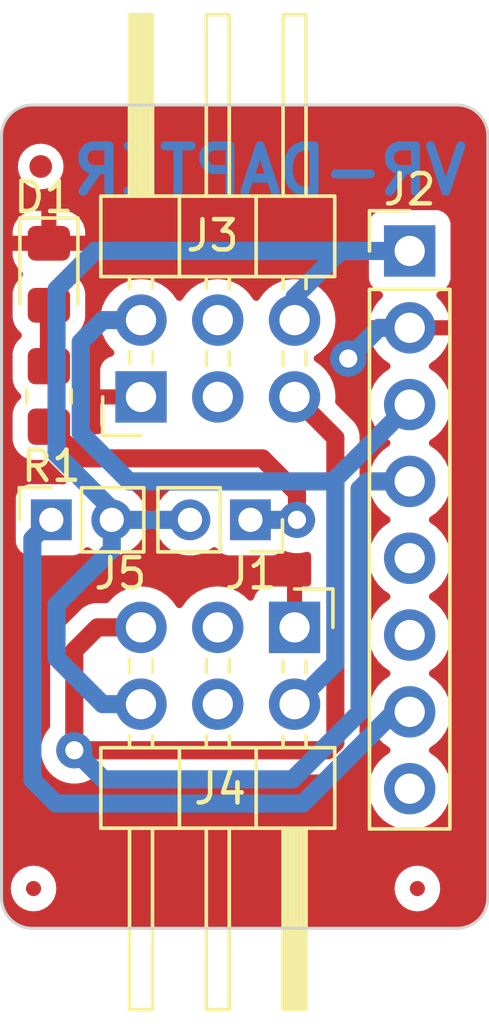
<source format=kicad_pcb>
(kicad_pcb (version 20221018) (generator pcbnew)
  (title_block (date "2023-05-15") (comment 2 "https://www.apache.org/licenses/LICENSE-2.0") (comment 3 "License: Apache 2.0") (comment 4 "Author: Marek Wehning"))
  (layers (0 "F.Cu" signal) (31 "B.Cu" signal) (34 "B.Paste" user) (35 "F.Paste" user) (36 "B.SilkS" user "B.Silkscreen") (37 "F.SilkS" user "F.Silkscreen") (38 "B.Mask" user) (39 "F.Mask" user) (44 "Edge.Cuts" user))
  (net 0 "")
  (net 3 "Net-(J2-Pin_7)")
  (net 5 "/VCC")
  (net 6 "GND")
  (net 7 "/SCL")
  (net 8 "/SDA")
  (net 13 "Net-(D1-A)")
  (net 14 "Net-(J1-Pin_1)")
  (footprint "Fiducial:Fiducial_0.5mm_Mask1.5mm" (layer "F.Cu") (at 28.368 43.18)
    (fp_text reference "FID**" hide)
    (fp_text value "Fiducial_0.5mm_Mask1.5mm" hide)
    (pad "" smd circle (at 0 0) (size 0.5 0.5) (property pad_prop_fiducial_glob) (layers "F.Cu" "F.Mask" "Eco1.User") (clearance 0.5))
  )
  (footprint "Connector_PinHeader_2.54mm:PinHeader_1x08_P2.54mm_Vertical" (layer "F.Cu") (at 28.114 22.098)
    (fp_text reference "J2" (at 0 -2.032) (layer "F.SilkS"))
    (fp_text value "MPU-6050 Board" hide)
    (fp_line (start -1.33 -1.33) (end 0 -1.33) (stroke (width 0.12)) (layer "F.SilkS"))
    (fp_line (start -1.33 0) (end -1.33 -1.33) (stroke (width 0.12)) (layer "F.SilkS"))
    (fp_line (start -1.33 1.27) (end -1.33 19.11) (stroke (width 0.12)) (layer "F.SilkS"))
    (fp_line (start -1.33 1.27) (end 1.33 1.27) (stroke (width 0.12)) (layer "F.SilkS"))
    (fp_line (start -1.33 19.11) (end 1.33 19.11) (stroke (width 0.12)) (layer "F.SilkS"))
    (fp_line (start 1.33 1.27) (end 1.33 19.11) (stroke (width 0.12)) (layer "F.SilkS"))
    (pad "1" thru_hole rect (at 0 0) (size 1.7 1.7) (drill 1) (layers "*.Cu" "*.Mask") (net 5 "/VCC"))
    (pad "2" thru_hole oval (at 0 2.54) (size 1.7 1.7) (drill 1) (layers "*.Cu" "*.Mask") (net 6 "GND"))
    (pad "3" thru_hole oval (at 0 5.08) (size 1.7 1.7) (drill 1) (layers "*.Cu" "*.Mask") (net 7 "/SCL"))
    (pad "4" thru_hole oval (at 0 7.62) (size 1.7 1.7) (drill 1) (layers "*.Cu" "*.Mask") (net 8 "/SDA"))
    (pad "5" thru_hole oval (at 0 10.16) (size 1.7 1.7) (drill 1) (layers "*.Cu" "*.Mask"))
    (pad "6" thru_hole oval (at 0 12.7) (size 1.7 1.7) (drill 1) (layers "*.Cu" "*.Mask"))
    (pad "7" thru_hole oval (at 0 15.24) (size 1.7 1.7) (drill 1) (layers "*.Cu" "*.Mask") (net 3 "Net-(J2-Pin_7)"))
    (pad "8" thru_hole oval (at 0 17.78) (size 1.7 1.7) (drill 1) (layers "*.Cu" "*.Mask"))
  )
  (footprint "Fiducial:Fiducial_0.5mm_Mask1.5mm" (layer "F.Cu") (at 15.668 43.18)
    (fp_text reference "FID**" hide)
    (fp_text value "Fiducial_0.5mm_Mask1.5mm" hide)
    (pad "" smd circle (at 0 0) (size 0.5 0.5) (property pad_prop_fiducial_glob) (layers "F.Cu" "F.Mask" "Eco1.User") (clearance 0.5))
  )
  (footprint "Connector_PinSocket_2.00mm:PinSocket_1x02_P2.00mm_Vertical" (layer "F.Cu") (at 16.256 30.988 90)
    (fp_text reference "J5" (at -1.778 2.286 180) (layer "F.SilkS"))
    (fp_text value "ADO" hide)
    (fp_line (start -1.06 1) (end -1.06 3.06) (stroke (width 0.12)) (layer "F.SilkS"))
    (fp_line (start -1.06 1) (end 1.06 1) (stroke (width 0.12)) (layer "F.SilkS"))
    (fp_line (start -1.06 3.06) (end 1.06 3.06) (stroke (width 0.12)) (layer "F.SilkS"))
    (fp_line (start 0 -1.06) (end 1.06 -1.06) (stroke (width 0.12)) (layer "F.SilkS"))
    (fp_line (start 1.06 -1.06) (end 1.06 0) (stroke (width 0.12)) (layer "F.SilkS"))
    (fp_line (start 1.06 1) (end 1.06 3.06) (stroke (width 0.12)) (layer "F.SilkS"))
    (pad "1" thru_hole rect (at 0 0 90) (size 1.35 1.35) (drill 0.8) (layers "*.Cu" "*.Mask") (net 3 "Net-(J2-Pin_7)"))
    (pad "2" thru_hole oval (at 0 2 90) (size 1.35 1.35) (drill 0.8) (layers "*.Cu" "*.Mask") (net 5 "/VCC"))
  )
  (footprint "Connector_PinHeader_2.54mm:PinHeader_2x03_P2.54mm_Horizontal" (layer "F.Cu") (at 19.224 26.924 90)
    (fp_text reference "J3" (at 5.334 2.366 180) (layer "F.SilkS"))
    (fp_text value "Conn_01x06_Pin" hide)
    (fp_line (start -1.27 -1.27) (end 0 -1.27) (stroke (width 0.12)) (layer "F.SilkS"))
    (fp_line (start -1.27 0) (end -1.27 -1.27) (stroke (width 0.12)) (layer "F.SilkS"))
    (fp_line (start 1.042929 2.16) (end 1.497071 2.16) (stroke (width 0.12)) (layer "F.SilkS"))
    (fp_line (start 1.042929 2.92) (end 1.497071 2.92) (stroke (width 0.12)) (layer "F.SilkS"))
    (fp_line (start 1.042929 4.7) (end 1.497071 4.7) (stroke (width 0.12)) (layer "F.SilkS"))
    (fp_line (start 1.042929 5.46) (end 1.497071 5.46) (stroke (width 0.12)) (layer "F.SilkS"))
    (fp_line (start 1.11 -0.38) (end 1.497071 -0.38) (stroke (width 0.12)) (layer "F.SilkS"))
    (fp_line (start 1.11 0.38) (end 1.497071 0.38) (stroke (width 0.12)) (layer "F.SilkS"))
    (fp_line (start 3.582929 -0.38) (end 3.98 -0.38) (stroke (width 0.12)) (layer "F.SilkS"))
    (fp_line (start 3.582929 0.38) (end 3.98 0.38) (stroke (width 0.12)) (layer "F.SilkS"))
    (fp_line (start 3.582929 2.16) (end 3.98 2.16) (stroke (width 0.12)) (layer "F.SilkS"))
    (fp_line (start 3.582929 2.92) (end 3.98 2.92) (stroke (width 0.12)) (layer "F.SilkS"))
    (fp_line (start 3.582929 4.7) (end 3.98 4.7) (stroke (width 0.12)) (layer "F.SilkS"))
    (fp_line (start 3.582929 5.46) (end 3.98 5.46) (stroke (width 0.12)) (layer "F.SilkS"))
    (fp_line (start 3.98 -1.33) (end 3.98 6.41) (stroke (width 0.12)) (layer "F.SilkS"))
    (fp_line (start 3.98 1.27) (end 6.64 1.27) (stroke (width 0.12)) (layer "F.SilkS"))
    (fp_line (start 3.98 3.81) (end 6.64 3.81) (stroke (width 0.12)) (layer "F.SilkS"))
    (fp_line (start 3.98 6.41) (end 6.64 6.41) (stroke (width 0.12)) (layer "F.SilkS"))
    (fp_line (start 6.64 -1.33) (end 3.98 -1.33) (stroke (width 0.12)) (layer "F.SilkS"))
    (fp_line (start 6.64 -0.38) (end 12.64 -0.38) (stroke (width 0.12)) (layer "F.SilkS"))
    (fp_line (start 6.64 -0.32) (end 12.64 -0.32) (stroke (width 0.12)) (layer "F.SilkS"))
    (fp_line (start 6.64 -0.2) (end 12.64 -0.2) (stroke (width 0.12)) (layer "F.SilkS"))
    (fp_line (start 6.64 -0.08) (end 12.64 -0.08) (stroke (width 0.12)) (layer "F.SilkS"))
    (fp_line (start 6.64 0.04) (end 12.64 0.04) (stroke (width 0.12)) (layer "F.SilkS"))
    (fp_line (start 6.64 0.16) (end 12.64 0.16) (stroke (width 0.12)) (layer "F.SilkS"))
    (fp_line (start 6.64 0.28) (end 12.64 0.28) (stroke (width 0.12)) (layer "F.SilkS"))
    (fp_line (start 6.64 2.16) (end 12.64 2.16) (stroke (width 0.12)) (layer "F.SilkS"))
    (fp_line (start 6.64 4.7) (end 12.64 4.7) (stroke (width 0.12)) (layer "F.SilkS"))
    (fp_line (start 6.64 6.41) (end 6.64 -1.33) (stroke (width 0.12)) (layer "F.SilkS"))
    (fp_line (start 12.64 -0.38) (end 12.64 0.38) (stroke (width 0.12)) (layer "F.SilkS"))
    (fp_line (start 12.64 0.38) (end 6.64 0.38) (stroke (width 0.12)) (layer "F.SilkS"))
    (fp_line (start 12.64 2.16) (end 12.64 2.92) (stroke (width 0.12)) (layer "F.SilkS"))
    (fp_line (start 12.64 2.92) (end 6.64 2.92) (stroke (width 0.12)) (layer "F.SilkS"))
    (fp_line (start 12.64 4.7) (end 12.64 5.46) (stroke (width 0.12)) (layer "F.SilkS"))
    (fp_line (start 12.64 5.46) (end 6.64 5.46) (stroke (width 0.12)) (layer "F.SilkS"))
    (pad "1" thru_hole rect (at 0 0 90) (size 1.7 1.7) (drill 1) (layers "*.Cu" "*.Mask") (net 6 "GND"))
    (pad "2" thru_hole oval (at 2.54 0 90) (size 1.7 1.7) (drill 1) (layers "*.Cu" "*.Mask") (net 7 "/SCL"))
    (pad "3" thru_hole oval (at 0 2.54 90) (size 1.7 1.7) (drill 1) (layers "*.Cu" "*.Mask"))
    (pad "4" thru_hole oval (at 2.54 2.54 90) (size 1.7 1.7) (drill 1) (layers "*.Cu" "*.Mask"))
    (pad "5" thru_hole oval (at 0 5.08 90) (size 1.7 1.7) (drill 1) (layers "*.Cu" "*.Mask") (net 8 "/SDA"))
    (pad "6" thru_hole oval (at 2.54 5.08 90) (size 1.7 1.7) (drill 1) (layers "*.Cu" "*.Mask") (net 5 "/VCC"))
  )
  (footprint "Connector_PinSocket_2.00mm:PinSocket_1x02_P2.00mm_Vertical" (layer "F.Cu") (at 22.844 30.988 -90)
    (fp_text reference "J1" (at 1.778 -0.016 -180) (layer "F.SilkS"))
    (fp_text value "LED_ENABLE" hide)
    (fp_line (start -1.06 1) (end -1.06 3.06) (stroke (width 0.12)) (layer "F.SilkS"))
    (fp_line (start -1.06 1) (end 1.06 1) (stroke (width 0.12)) (layer "F.SilkS"))
    (fp_line (start -1.06 3.06) (end 1.06 3.06) (stroke (width 0.12)) (layer "F.SilkS"))
    (fp_line (start 0 -1.06) (end 1.06 -1.06) (stroke (width 0.12)) (layer "F.SilkS"))
    (fp_line (start 1.06 -1.06) (end 1.06 0) (stroke (width 0.12)) (layer "F.SilkS"))
    (fp_line (start 1.06 1) (end 1.06 3.06) (stroke (width 0.12)) (layer "F.SilkS"))
    (pad "1" thru_hole rect (at 0 0 270) (size 1.35 1.35) (drill 0.8) (layers "*.Cu" "*.Mask") (net 14 "Net-(J1-Pin_1)"))
    (pad "2" thru_hole oval (at 0 2 270) (size 1.35 1.35) (drill 0.8) (layers "*.Cu" "*.Mask") (net 5 "/VCC"))
  )
  (footprint "LED_SMD:LED_0805_2012Metric_Pad1.15x1.40mm_HandSolder" (layer "F.Cu") (at 16.176 22.869 -90)
    (fp_text reference "D1" (at -2.549 0.174 -180) (layer "F.SilkS"))
    (fp_text value "RED" hide)
    (fp_line (start -1.86 -0.96) (end -1.86 0.96) (stroke (width 0.12)) (layer "F.SilkS"))
    (fp_line (start -1.86 0.96) (end 1 0.96) (stroke (width 0.12)) (layer "F.SilkS"))
    (fp_line (start 1 -0.96) (end -1.86 -0.96) (stroke (width 0.12)) (layer "F.SilkS"))
    (pad "1" smd roundrect (at -1.025 0 270) (size 1.15 1.4) (layers "F.Cu" "F.Paste" "F.Mask") (roundrect_rratio 0.2173913043) (net 6 "GND"))
    (pad "2" smd roundrect (at 1.025 0 270) (size 1.15 1.4) (layers "F.Cu" "F.Paste" "F.Mask") (roundrect_rratio 0.2173913043) (net 13 "Net-(D1-A)"))
  )
  (footprint "Custom:Fiducial RT" (layer "F.Cu") (at 15.922 19.304)
    (fp_text reference "FID**" hide)
    (fp_text value "Fiducial RT" hide)
    (pad "" smd circle (at -0.016 0) (size 0.75 0.75) (layers "F.Cu" "F.Mask" "Eco1.User") (clearance 0.375))
  )
  (footprint "Resistor_SMD:R_0805_2012Metric_Pad1.20x1.40mm_HandSolder" (layer "F.Cu") (at 16.176 26.908 90)
    (fp_text reference "R1" (at -2.302 0.08) (layer "F.SilkS"))
    (fp_text value "180" hide)
    (fp_line (start -0.227064 -0.735) (end 0.227064 -0.735) (stroke (width 0.12)) (layer "F.SilkS"))
    (fp_line (start -0.227064 0.735) (end 0.227064 0.735) (stroke (width 0.12)) (layer "F.SilkS"))
    (pad "1" smd roundrect (at -1 0 90) (size 1.2 1.4) (layers "F.Cu" "F.Paste" "F.Mask") (roundrect_rratio 0.2083333333) (net 14 "Net-(J1-Pin_1)"))
    (pad "2" smd roundrect (at 1 0 90) (size 1.2 1.4) (layers "F.Cu" "F.Paste" "F.Mask") (roundrect_rratio 0.2083333333) (net 13 "Net-(D1-A)"))
  )
  (footprint "Connector_PinHeader_2.54mm:PinHeader_2x03_P2.54mm_Horizontal" (layer "F.Cu") (at 24.304 34.544 -90)
    (fp_text reference "J4" (at 5.334 2.46 -180) (layer "F.SilkS"))
    (fp_text value "Conn_01x06_Pin" hide)
    (fp_line (start -1.27 -1.27) (end 0 -1.27) (stroke (width 0.12)) (layer "F.SilkS"))
    (fp_line (start -1.27 0) (end -1.27 -1.27) (stroke (width 0.12)) (layer "F.SilkS"))
    (fp_line (start 1.042929 2.16) (end 1.497071 2.16) (stroke (width 0.12)) (layer "F.SilkS"))
    (fp_line (start 1.042929 2.92) (end 1.497071 2.92) (stroke (width 0.12)) (layer "F.SilkS"))
    (fp_line (start 1.042929 4.7) (end 1.497071 4.7) (stroke (width 0.12)) (layer "F.SilkS"))
    (fp_line (start 1.042929 5.46) (end 1.497071 5.46) (stroke (width 0.12)) (layer "F.SilkS"))
    (fp_line (start 1.11 -0.38) (end 1.497071 -0.38) (stroke (width 0.12)) (layer "F.SilkS"))
    (fp_line (start 1.11 0.38) (end 1.497071 0.38) (stroke (width 0.12)) (layer "F.SilkS"))
    (fp_line (start 3.582929 -0.38) (end 3.98 -0.38) (stroke (width 0.12)) (layer "F.SilkS"))
    (fp_line (start 3.582929 0.38) (end 3.98 0.38) (stroke (width 0.12)) (layer "F.SilkS"))
    (fp_line (start 3.582929 2.16) (end 3.98 2.16) (stroke (width 0.12)) (layer "F.SilkS"))
    (fp_line (start 3.582929 2.92) (end 3.98 2.92) (stroke (width 0.12)) (layer "F.SilkS"))
    (fp_line (start 3.582929 4.7) (end 3.98 4.7) (stroke (width 0.12)) (layer "F.SilkS"))
    (fp_line (start 3.582929 5.46) (end 3.98 5.46) (stroke (width 0.12)) (layer "F.SilkS"))
    (fp_line (start 3.98 -1.33) (end 3.98 6.41) (stroke (width 0.12)) (layer "F.SilkS"))
    (fp_line (start 3.98 1.27) (end 6.64 1.27) (stroke (width 0.12)) (layer "F.SilkS"))
    (fp_line (start 3.98 3.81) (end 6.64 3.81) (stroke (width 0.12)) (layer "F.SilkS"))
    (fp_line (start 3.98 6.41) (end 6.64 6.41) (stroke (width 0.12)) (layer "F.SilkS"))
    (fp_line (start 6.64 -1.33) (end 3.98 -1.33) (stroke (width 0.12)) (layer "F.SilkS"))
    (fp_line (start 6.64 -0.38) (end 12.64 -0.38) (stroke (width 0.12)) (layer "F.SilkS"))
    (fp_line (start 6.64 -0.32) (end 12.64 -0.32) (stroke (width 0.12)) (layer "F.SilkS"))
    (fp_line (start 6.64 -0.2) (end 12.64 -0.2) (stroke (width 0.12)) (layer "F.SilkS"))
    (fp_line (start 6.64 -0.08) (end 12.64 -0.08) (stroke (width 0.12)) (layer "F.SilkS"))
    (fp_line (start 6.64 0.04) (end 12.64 0.04) (stroke (width 0.12)) (layer "F.SilkS"))
    (fp_line (start 6.64 0.16) (end 12.64 0.16) (stroke (width 0.12)) (layer "F.SilkS"))
    (fp_line (start 6.64 0.28) (end 12.64 0.28) (stroke (width 0.12)) (layer "F.SilkS"))
    (fp_line (start 6.64 2.16) (end 12.64 2.16) (stroke (width 0.12)) (layer "F.SilkS"))
    (fp_line (start 6.64 4.7) (end 12.64 4.7) (stroke (width 0.12)) (layer "F.SilkS"))
    (fp_line (start 6.64 6.41) (end 6.64 -1.33) (stroke (width 0.12)) (layer "F.SilkS"))
    (fp_line (start 12.64 -0.38) (end 12.64 0.38) (stroke (width 0.12)) (layer "F.SilkS"))
    (fp_line (start 12.64 0.38) (end 6.64 0.38) (stroke (width 0.12)) (layer "F.SilkS"))
    (fp_line (start 12.64 2.16) (end 12.64 2.92) (stroke (width 0.12)) (layer "F.SilkS"))
    (fp_line (start 12.64 2.92) (end 6.64 2.92) (stroke (width 0.12)) (layer "F.SilkS"))
    (fp_line (start 12.64 4.7) (end 12.64 5.46) (stroke (width 0.12)) (layer "F.SilkS"))
    (fp_line (start 12.64 5.46) (end 6.64 5.46) (stroke (width 0.12)) (layer "F.SilkS"))
    (pad "1" thru_hole rect (at 0 0 270) (size 1.7 1.7) (drill 1) (layers "*.Cu" "*.Mask") (net 6 "GND"))
    (pad "2" thru_hole oval (at 2.54 0 270) (size 1.7 1.7) (drill 1) (layers "*.Cu" "*.Mask") (net 7 "/SCL"))
    (pad "3" thru_hole oval (at 0 2.54 270) (size 1.7 1.7) (drill 1) (layers "*.Cu" "*.Mask"))
    (pad "4" thru_hole oval (at 2.54 2.54 270) (size 1.7 1.7) (drill 1) (layers "*.Cu" "*.Mask"))
    (pad "5" thru_hole oval (at 0 5.08 270) (size 1.7 1.7) (drill 1) (layers "*.Cu" "*.Mask") (net 8 "/SDA"))
    (pad "6" thru_hole oval (at 2.54 5.08 270) (size 1.7 1.7) (drill 1) (layers "*.Cu" "*.Mask") (net 5 "/VCC"))
  )
  (gr_arc (start 14.60842 18.288) (mid 14.906001 17.569587) (end 15.62442 17.272) (stroke (width 0.1)) (layer "Edge.Cuts"))
  (gr_line (start 15.62442 17.272) (end 29.68158 17.272) (stroke (width 0.1)) (layer "Edge.Cuts"))
  (gr_line (start 30.69758 18.288) (end 30.69758 43.47758) (stroke (width 0.1)) (layer "Edge.Cuts"))
  (gr_line (start 15.62442 44.49358) (end 29.68158 44.49358) (stroke (width 0.1)) (layer "Edge.Cuts"))
  (gr_arc (start 15.62442 44.49358) (mid 14.905994 44.196006) (end 14.60842 43.47758) (stroke (width 0.1)) (layer "Edge.Cuts"))
  (gr_arc (start 30.69758 43.47758) (mid 30.400006 44.196006) (end 29.68158 44.49358) (stroke (width 0.1)) (layer "Edge.Cuts"))
  (gr_arc (start 29.68158 17.272) (mid 30.400013 17.569572) (end 30.69758 18.288) (stroke (width 0.1)) (layer "Edge.Cuts"))
  (gr_line (start 14.60842 43.47758) (end 14.60842 18.288) (stroke (width 0.1)) (layer "Edge.Cuts"))
  (gr_text "VR-DAPTER " (at 30.146 20.32) (layer "B.Cu") (effects (font (size 1.5 1.5) (thickness 0.3) bold) (justify left bottom mirror)))
  (segment (start 16.256 30.988) (end 15.63 31.614) (width 0.6) (layer "B.Cu") (net 3))
  (segment (start 15.63 39.586) (end 16.414269 40.370269) (width 0.6) (layer "B.Cu") (net 3))
  (segment (start 16.414269 40.370269) (end 24.573731 40.370269) (width 0.6) (layer "B.Cu") (net 3))
  (segment (start 24.573731 40.370269) (end 27.606 37.338) (width 0.6) (layer "B.Cu") (net 3))
  (segment (start 27.606 37.338) (end 28.114 37.338) (width 0.6) (layer "B.Cu") (net 3))
  (segment (start 15.63 31.614) (end 15.63 39.586) (width 0.6) (layer "B.Cu") (net 3))
  (segment (start 28.114 22.098) (end 26.59 22.098) (width 0.6) (layer "B.Cu") (net 5))
  (segment (start 24.304 23.622) (end 24.304 24.384) (width 0.6) (layer "B.Cu") (net 5))
  (segment (start 17.954 37.084) (end 16.43 35.56) (width 0.6) (layer "B.Cu") (net 5))
  (segment (start 25.828 22.098) (end 24.304 23.622) (width 0.6) (layer "B.Cu") (net 5))
  (segment (start 18.256 30.638) (end 16.43 28.812) (width 0.6) (layer "B.Cu") (net 5))
  (segment (start 19.224 37.084) (end 17.954 37.084) (width 0.6) (layer "B.Cu") (net 5))
  (segment (start 17.7 22.098) (end 26.59 22.098) (width 0.6) (layer "B.Cu") (net 5))
  (segment (start 18.256 31.972) (end 18.256 30.988) (width 0.6) (layer "B.Cu") (net 5))
  (segment (start 26.59 22.098) (end 25.828 22.098) (width 0.6) (layer "B.Cu") (net 5))
  (segment (start 16.43 33.798) (end 18.256 31.972) (width 0.6) (layer "B.Cu") (net 5))
  (segment (start 16.43 35.56) (end 16.43 33.798) (width 0.6) (layer "B.Cu") (net 5))
  (segment (start 16.43 23.368) (end 17.7 22.098) (width 0.6) (layer "B.Cu") (net 5))
  (segment (start 16.43 28.812) (end 16.43 23.368) (width 0.6) (layer "B.Cu") (net 5))
  (segment (start 18.256 30.988) (end 20.844 30.988) (width 0.6) (layer "B.Cu") (net 5))
  (segment (start 18.256 30.988) (end 18.256 30.638) (width 0.6) (layer "B.Cu") (net 5))
  (via (at 26.082 25.654) (size 1.2) (drill 0.6) (layers "F.Cu" "B.Cu") (net 6))
  (segment (start 26.082 25.654) (end 27.098 24.638) (width 0.6) (layer "B.Cu") (net 6))
  (segment (start 27.098 24.638) (end 28.114 24.638) (width 0.6) (layer "B.Cu") (net 6))
  (segment (start 24.304 37.084) (end 25.654 35.734) (width 0.6) (layer "B.Cu") (net 7))
  (segment (start 25.654 35.734) (end 25.654 29.798) (width 0.6) (layer "B.Cu") (net 7))
  (segment (start 25.654 29.798) (end 25.574 29.718) (width 0.6) (layer "B.Cu") (net 7))
  (segment (start 28.114 27.178) (end 25.574 29.718) (width 0.6) (layer "B.Cu") (net 7))
  (segment (start 17.23 25.108) (end 17.23 28.11663) (width 0.6) (layer "B.Cu") (net 7))
  (segment (start 17.954 24.384) (end 17.23 25.108) (width 0.6) (layer "B.Cu") (net 7))
  (segment (start 19.224 24.384) (end 17.954 24.384) (width 0.6) (layer "B.Cu") (net 7))
  (segment (start 17.23 28.11663) (end 18.83137 29.718) (width 0.6) (layer "B.Cu") (net 7))
  (segment (start 18.83137 29.718) (end 25.574 29.718) (width 0.6) (layer "B.Cu") (net 7))
  (segment (start 25.4 38.608) (end 25.654 38.354) (width 0.6) (layer "F.Cu") (net 8))
  (segment (start 17.018 38.608) (end 25.4 38.608) (width 0.6) (layer "F.Cu") (net 8))
  (segment (start 17.018 38.608) (end 17.018 35.306) (width 0.6) (layer "F.Cu") (net 8))
  (segment (start 25.654 28.274) (end 24.304 26.924) (width 0.6) (layer "F.Cu") (net 8))
  (segment (start 17.78 34.544) (end 19.224 34.544) (width 0.6) (layer "F.Cu") (net 8))
  (segment (start 17.018 35.306) (end 17.78 34.544) (width 0.6) (layer "F.Cu") (net 8))
  (segment (start 25.654 38.354) (end 25.654 28.274) (width 0.6) (layer "F.Cu") (net 8))
  (segment (start 24.648568 27.268568) (end 24.304 26.924) (width 0.6) (layer "F.Cu") (net 8))
  (via (at 17.018 38.608) (size 1.2) (drill 0.6) (layers "F.Cu" "B.Cu") (net 8))
  (segment (start 17.018 38.608) (end 17.980269 39.570269) (width 0.6) (layer "B.Cu") (net 8))
  (segment (start 24.242361 39.570269) (end 26.454 37.35863) (width 0.6) (layer "B.Cu") (net 8))
  (segment (start 26.70537 29.718) (end 28.114 29.718) (width 0.6) (layer "B.Cu") (net 8))
  (segment (start 26.454 29.96937) (end 26.70537 29.718) (width 0.6) (layer "B.Cu") (net 8))
  (segment (start 17.980269 39.570269) (end 24.242361 39.570269) (width 0.6) (layer "B.Cu") (net 8))
  (segment (start 26.454 37.35863) (end 26.454 29.96937) (width 0.6) (layer "B.Cu") (net 8))
  (segment (start 16.176 25.908) (end 16.176 23.894) (width 0.6) (layer "F.Cu") (net 13))
  (segment (start 23.241 28.956) (end 17.224 28.956) (width 0.6) (layer "F.Cu") (net 14))
  (segment (start 24.384 30.099) (end 23.241 28.956) (width 0.6) (layer "F.Cu") (net 14))
  (segment (start 17.224 28.956) (end 16.176 27.908) (width 0.6) (layer "F.Cu") (net 14))
  (segment (start 24.384 30.988) (end 24.384 30.099) (width 0.6) (layer "F.Cu") (net 14))
  (via (at 24.384 30.988) (size 1.2) (drill 0.6) (layers "F.Cu" "B.Cu") (net 14))
  (segment (start 22.844 30.988) (end 24.384 30.988) (width 0.6) (layer "B.Cu") (net 14))
  (zone (net 6) (net_name "GND") (layer "F.Cu") (connect_pads (clearance 0.5)) (min_thickness 0.25) (fill yes (thermal_gap 0.5) (thermal_bridge_width 0.5))
    (polygon (pts (xy 14.652 17.272) (xy 30.654 17.272) (xy 30.654 44.45) (xy 14.652 44.45)))
  )
)
</source>
